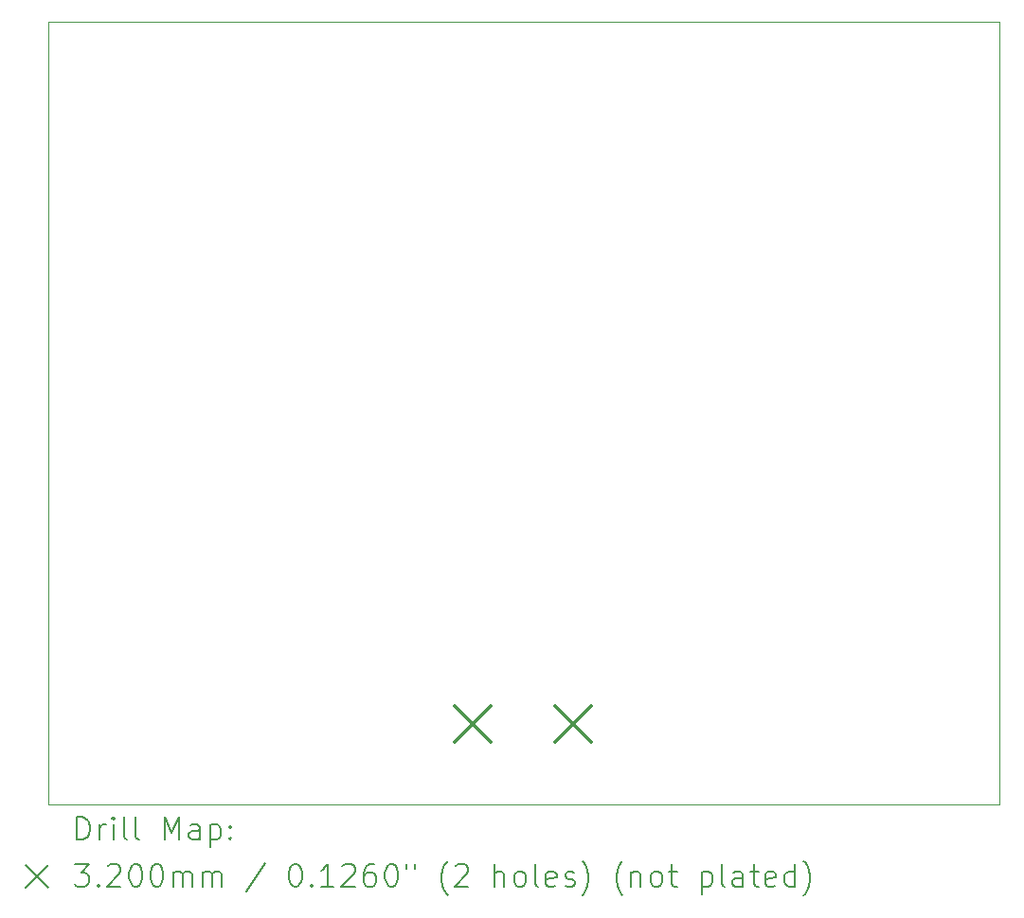
<source format=gbr>
%TF.GenerationSoftware,KiCad,Pcbnew,8.0.8*%
%TF.CreationDate,2025-06-20T17:29:57+09:00*%
%TF.ProjectId,2ndfloor_pole,326e6466-6c6f-46f7-925f-706f6c652e6b,rev?*%
%TF.SameCoordinates,Original*%
%TF.FileFunction,Drillmap*%
%TF.FilePolarity,Positive*%
%FSLAX45Y45*%
G04 Gerber Fmt 4.5, Leading zero omitted, Abs format (unit mm)*
G04 Created by KiCad (PCBNEW 8.0.8) date 2025-06-20 17:29:57*
%MOMM*%
%LPD*%
G01*
G04 APERTURE LIST*
%ADD10C,0.050000*%
%ADD11C,0.200000*%
%ADD12C,0.320000*%
G04 APERTURE END LIST*
D10*
X5700000Y-5400000D02*
X14200000Y-5400000D01*
X14200000Y-12400000D01*
X5700000Y-12400000D01*
X5700000Y-5400000D01*
D11*
D12*
X9331228Y-11519766D02*
X9651228Y-11839766D01*
X9651228Y-11519766D02*
X9331228Y-11839766D01*
X10231228Y-11519766D02*
X10551228Y-11839766D01*
X10551228Y-11519766D02*
X10231228Y-11839766D01*
D11*
X5958277Y-12713984D02*
X5958277Y-12513984D01*
X5958277Y-12513984D02*
X6005896Y-12513984D01*
X6005896Y-12513984D02*
X6034467Y-12523508D01*
X6034467Y-12523508D02*
X6053515Y-12542555D01*
X6053515Y-12542555D02*
X6063039Y-12561603D01*
X6063039Y-12561603D02*
X6072562Y-12599698D01*
X6072562Y-12599698D02*
X6072562Y-12628269D01*
X6072562Y-12628269D02*
X6063039Y-12666365D01*
X6063039Y-12666365D02*
X6053515Y-12685412D01*
X6053515Y-12685412D02*
X6034467Y-12704460D01*
X6034467Y-12704460D02*
X6005896Y-12713984D01*
X6005896Y-12713984D02*
X5958277Y-12713984D01*
X6158277Y-12713984D02*
X6158277Y-12580650D01*
X6158277Y-12618746D02*
X6167801Y-12599698D01*
X6167801Y-12599698D02*
X6177324Y-12590174D01*
X6177324Y-12590174D02*
X6196372Y-12580650D01*
X6196372Y-12580650D02*
X6215420Y-12580650D01*
X6282086Y-12713984D02*
X6282086Y-12580650D01*
X6282086Y-12513984D02*
X6272562Y-12523508D01*
X6272562Y-12523508D02*
X6282086Y-12533031D01*
X6282086Y-12533031D02*
X6291610Y-12523508D01*
X6291610Y-12523508D02*
X6282086Y-12513984D01*
X6282086Y-12513984D02*
X6282086Y-12533031D01*
X6405896Y-12713984D02*
X6386848Y-12704460D01*
X6386848Y-12704460D02*
X6377324Y-12685412D01*
X6377324Y-12685412D02*
X6377324Y-12513984D01*
X6510658Y-12713984D02*
X6491610Y-12704460D01*
X6491610Y-12704460D02*
X6482086Y-12685412D01*
X6482086Y-12685412D02*
X6482086Y-12513984D01*
X6739229Y-12713984D02*
X6739229Y-12513984D01*
X6739229Y-12513984D02*
X6805896Y-12656841D01*
X6805896Y-12656841D02*
X6872562Y-12513984D01*
X6872562Y-12513984D02*
X6872562Y-12713984D01*
X7053515Y-12713984D02*
X7053515Y-12609222D01*
X7053515Y-12609222D02*
X7043991Y-12590174D01*
X7043991Y-12590174D02*
X7024943Y-12580650D01*
X7024943Y-12580650D02*
X6986848Y-12580650D01*
X6986848Y-12580650D02*
X6967801Y-12590174D01*
X7053515Y-12704460D02*
X7034467Y-12713984D01*
X7034467Y-12713984D02*
X6986848Y-12713984D01*
X6986848Y-12713984D02*
X6967801Y-12704460D01*
X6967801Y-12704460D02*
X6958277Y-12685412D01*
X6958277Y-12685412D02*
X6958277Y-12666365D01*
X6958277Y-12666365D02*
X6967801Y-12647317D01*
X6967801Y-12647317D02*
X6986848Y-12637793D01*
X6986848Y-12637793D02*
X7034467Y-12637793D01*
X7034467Y-12637793D02*
X7053515Y-12628269D01*
X7148753Y-12580650D02*
X7148753Y-12780650D01*
X7148753Y-12590174D02*
X7167801Y-12580650D01*
X7167801Y-12580650D02*
X7205896Y-12580650D01*
X7205896Y-12580650D02*
X7224943Y-12590174D01*
X7224943Y-12590174D02*
X7234467Y-12599698D01*
X7234467Y-12599698D02*
X7243991Y-12618746D01*
X7243991Y-12618746D02*
X7243991Y-12675888D01*
X7243991Y-12675888D02*
X7234467Y-12694936D01*
X7234467Y-12694936D02*
X7224943Y-12704460D01*
X7224943Y-12704460D02*
X7205896Y-12713984D01*
X7205896Y-12713984D02*
X7167801Y-12713984D01*
X7167801Y-12713984D02*
X7148753Y-12704460D01*
X7329705Y-12694936D02*
X7339229Y-12704460D01*
X7339229Y-12704460D02*
X7329705Y-12713984D01*
X7329705Y-12713984D02*
X7320182Y-12704460D01*
X7320182Y-12704460D02*
X7329705Y-12694936D01*
X7329705Y-12694936D02*
X7329705Y-12713984D01*
X7329705Y-12590174D02*
X7339229Y-12599698D01*
X7339229Y-12599698D02*
X7329705Y-12609222D01*
X7329705Y-12609222D02*
X7320182Y-12599698D01*
X7320182Y-12599698D02*
X7329705Y-12590174D01*
X7329705Y-12590174D02*
X7329705Y-12609222D01*
X5497500Y-12942500D02*
X5697500Y-13142500D01*
X5697500Y-12942500D02*
X5497500Y-13142500D01*
X5939229Y-12933984D02*
X6063039Y-12933984D01*
X6063039Y-12933984D02*
X5996372Y-13010174D01*
X5996372Y-13010174D02*
X6024943Y-13010174D01*
X6024943Y-13010174D02*
X6043991Y-13019698D01*
X6043991Y-13019698D02*
X6053515Y-13029222D01*
X6053515Y-13029222D02*
X6063039Y-13048269D01*
X6063039Y-13048269D02*
X6063039Y-13095888D01*
X6063039Y-13095888D02*
X6053515Y-13114936D01*
X6053515Y-13114936D02*
X6043991Y-13124460D01*
X6043991Y-13124460D02*
X6024943Y-13133984D01*
X6024943Y-13133984D02*
X5967801Y-13133984D01*
X5967801Y-13133984D02*
X5948753Y-13124460D01*
X5948753Y-13124460D02*
X5939229Y-13114936D01*
X6148753Y-13114936D02*
X6158277Y-13124460D01*
X6158277Y-13124460D02*
X6148753Y-13133984D01*
X6148753Y-13133984D02*
X6139229Y-13124460D01*
X6139229Y-13124460D02*
X6148753Y-13114936D01*
X6148753Y-13114936D02*
X6148753Y-13133984D01*
X6234467Y-12953031D02*
X6243991Y-12943508D01*
X6243991Y-12943508D02*
X6263039Y-12933984D01*
X6263039Y-12933984D02*
X6310658Y-12933984D01*
X6310658Y-12933984D02*
X6329705Y-12943508D01*
X6329705Y-12943508D02*
X6339229Y-12953031D01*
X6339229Y-12953031D02*
X6348753Y-12972079D01*
X6348753Y-12972079D02*
X6348753Y-12991127D01*
X6348753Y-12991127D02*
X6339229Y-13019698D01*
X6339229Y-13019698D02*
X6224943Y-13133984D01*
X6224943Y-13133984D02*
X6348753Y-13133984D01*
X6472562Y-12933984D02*
X6491610Y-12933984D01*
X6491610Y-12933984D02*
X6510658Y-12943508D01*
X6510658Y-12943508D02*
X6520182Y-12953031D01*
X6520182Y-12953031D02*
X6529705Y-12972079D01*
X6529705Y-12972079D02*
X6539229Y-13010174D01*
X6539229Y-13010174D02*
X6539229Y-13057793D01*
X6539229Y-13057793D02*
X6529705Y-13095888D01*
X6529705Y-13095888D02*
X6520182Y-13114936D01*
X6520182Y-13114936D02*
X6510658Y-13124460D01*
X6510658Y-13124460D02*
X6491610Y-13133984D01*
X6491610Y-13133984D02*
X6472562Y-13133984D01*
X6472562Y-13133984D02*
X6453515Y-13124460D01*
X6453515Y-13124460D02*
X6443991Y-13114936D01*
X6443991Y-13114936D02*
X6434467Y-13095888D01*
X6434467Y-13095888D02*
X6424943Y-13057793D01*
X6424943Y-13057793D02*
X6424943Y-13010174D01*
X6424943Y-13010174D02*
X6434467Y-12972079D01*
X6434467Y-12972079D02*
X6443991Y-12953031D01*
X6443991Y-12953031D02*
X6453515Y-12943508D01*
X6453515Y-12943508D02*
X6472562Y-12933984D01*
X6663039Y-12933984D02*
X6682086Y-12933984D01*
X6682086Y-12933984D02*
X6701134Y-12943508D01*
X6701134Y-12943508D02*
X6710658Y-12953031D01*
X6710658Y-12953031D02*
X6720182Y-12972079D01*
X6720182Y-12972079D02*
X6729705Y-13010174D01*
X6729705Y-13010174D02*
X6729705Y-13057793D01*
X6729705Y-13057793D02*
X6720182Y-13095888D01*
X6720182Y-13095888D02*
X6710658Y-13114936D01*
X6710658Y-13114936D02*
X6701134Y-13124460D01*
X6701134Y-13124460D02*
X6682086Y-13133984D01*
X6682086Y-13133984D02*
X6663039Y-13133984D01*
X6663039Y-13133984D02*
X6643991Y-13124460D01*
X6643991Y-13124460D02*
X6634467Y-13114936D01*
X6634467Y-13114936D02*
X6624943Y-13095888D01*
X6624943Y-13095888D02*
X6615420Y-13057793D01*
X6615420Y-13057793D02*
X6615420Y-13010174D01*
X6615420Y-13010174D02*
X6624943Y-12972079D01*
X6624943Y-12972079D02*
X6634467Y-12953031D01*
X6634467Y-12953031D02*
X6643991Y-12943508D01*
X6643991Y-12943508D02*
X6663039Y-12933984D01*
X6815420Y-13133984D02*
X6815420Y-13000650D01*
X6815420Y-13019698D02*
X6824943Y-13010174D01*
X6824943Y-13010174D02*
X6843991Y-13000650D01*
X6843991Y-13000650D02*
X6872563Y-13000650D01*
X6872563Y-13000650D02*
X6891610Y-13010174D01*
X6891610Y-13010174D02*
X6901134Y-13029222D01*
X6901134Y-13029222D02*
X6901134Y-13133984D01*
X6901134Y-13029222D02*
X6910658Y-13010174D01*
X6910658Y-13010174D02*
X6929705Y-13000650D01*
X6929705Y-13000650D02*
X6958277Y-13000650D01*
X6958277Y-13000650D02*
X6977324Y-13010174D01*
X6977324Y-13010174D02*
X6986848Y-13029222D01*
X6986848Y-13029222D02*
X6986848Y-13133984D01*
X7082086Y-13133984D02*
X7082086Y-13000650D01*
X7082086Y-13019698D02*
X7091610Y-13010174D01*
X7091610Y-13010174D02*
X7110658Y-13000650D01*
X7110658Y-13000650D02*
X7139229Y-13000650D01*
X7139229Y-13000650D02*
X7158277Y-13010174D01*
X7158277Y-13010174D02*
X7167801Y-13029222D01*
X7167801Y-13029222D02*
X7167801Y-13133984D01*
X7167801Y-13029222D02*
X7177324Y-13010174D01*
X7177324Y-13010174D02*
X7196372Y-13000650D01*
X7196372Y-13000650D02*
X7224943Y-13000650D01*
X7224943Y-13000650D02*
X7243991Y-13010174D01*
X7243991Y-13010174D02*
X7253515Y-13029222D01*
X7253515Y-13029222D02*
X7253515Y-13133984D01*
X7643991Y-12924460D02*
X7472563Y-13181603D01*
X7901134Y-12933984D02*
X7920182Y-12933984D01*
X7920182Y-12933984D02*
X7939229Y-12943508D01*
X7939229Y-12943508D02*
X7948753Y-12953031D01*
X7948753Y-12953031D02*
X7958277Y-12972079D01*
X7958277Y-12972079D02*
X7967801Y-13010174D01*
X7967801Y-13010174D02*
X7967801Y-13057793D01*
X7967801Y-13057793D02*
X7958277Y-13095888D01*
X7958277Y-13095888D02*
X7948753Y-13114936D01*
X7948753Y-13114936D02*
X7939229Y-13124460D01*
X7939229Y-13124460D02*
X7920182Y-13133984D01*
X7920182Y-13133984D02*
X7901134Y-13133984D01*
X7901134Y-13133984D02*
X7882086Y-13124460D01*
X7882086Y-13124460D02*
X7872563Y-13114936D01*
X7872563Y-13114936D02*
X7863039Y-13095888D01*
X7863039Y-13095888D02*
X7853515Y-13057793D01*
X7853515Y-13057793D02*
X7853515Y-13010174D01*
X7853515Y-13010174D02*
X7863039Y-12972079D01*
X7863039Y-12972079D02*
X7872563Y-12953031D01*
X7872563Y-12953031D02*
X7882086Y-12943508D01*
X7882086Y-12943508D02*
X7901134Y-12933984D01*
X8053515Y-13114936D02*
X8063039Y-13124460D01*
X8063039Y-13124460D02*
X8053515Y-13133984D01*
X8053515Y-13133984D02*
X8043991Y-13124460D01*
X8043991Y-13124460D02*
X8053515Y-13114936D01*
X8053515Y-13114936D02*
X8053515Y-13133984D01*
X8253515Y-13133984D02*
X8139229Y-13133984D01*
X8196372Y-13133984D02*
X8196372Y-12933984D01*
X8196372Y-12933984D02*
X8177325Y-12962555D01*
X8177325Y-12962555D02*
X8158277Y-12981603D01*
X8158277Y-12981603D02*
X8139229Y-12991127D01*
X8329706Y-12953031D02*
X8339229Y-12943508D01*
X8339229Y-12943508D02*
X8358277Y-12933984D01*
X8358277Y-12933984D02*
X8405896Y-12933984D01*
X8405896Y-12933984D02*
X8424944Y-12943508D01*
X8424944Y-12943508D02*
X8434468Y-12953031D01*
X8434468Y-12953031D02*
X8443991Y-12972079D01*
X8443991Y-12972079D02*
X8443991Y-12991127D01*
X8443991Y-12991127D02*
X8434468Y-13019698D01*
X8434468Y-13019698D02*
X8320182Y-13133984D01*
X8320182Y-13133984D02*
X8443991Y-13133984D01*
X8615420Y-12933984D02*
X8577325Y-12933984D01*
X8577325Y-12933984D02*
X8558277Y-12943508D01*
X8558277Y-12943508D02*
X8548753Y-12953031D01*
X8548753Y-12953031D02*
X8529706Y-12981603D01*
X8529706Y-12981603D02*
X8520182Y-13019698D01*
X8520182Y-13019698D02*
X8520182Y-13095888D01*
X8520182Y-13095888D02*
X8529706Y-13114936D01*
X8529706Y-13114936D02*
X8539229Y-13124460D01*
X8539229Y-13124460D02*
X8558277Y-13133984D01*
X8558277Y-13133984D02*
X8596372Y-13133984D01*
X8596372Y-13133984D02*
X8615420Y-13124460D01*
X8615420Y-13124460D02*
X8624944Y-13114936D01*
X8624944Y-13114936D02*
X8634468Y-13095888D01*
X8634468Y-13095888D02*
X8634468Y-13048269D01*
X8634468Y-13048269D02*
X8624944Y-13029222D01*
X8624944Y-13029222D02*
X8615420Y-13019698D01*
X8615420Y-13019698D02*
X8596372Y-13010174D01*
X8596372Y-13010174D02*
X8558277Y-13010174D01*
X8558277Y-13010174D02*
X8539229Y-13019698D01*
X8539229Y-13019698D02*
X8529706Y-13029222D01*
X8529706Y-13029222D02*
X8520182Y-13048269D01*
X8758277Y-12933984D02*
X8777325Y-12933984D01*
X8777325Y-12933984D02*
X8796372Y-12943508D01*
X8796372Y-12943508D02*
X8805896Y-12953031D01*
X8805896Y-12953031D02*
X8815420Y-12972079D01*
X8815420Y-12972079D02*
X8824944Y-13010174D01*
X8824944Y-13010174D02*
X8824944Y-13057793D01*
X8824944Y-13057793D02*
X8815420Y-13095888D01*
X8815420Y-13095888D02*
X8805896Y-13114936D01*
X8805896Y-13114936D02*
X8796372Y-13124460D01*
X8796372Y-13124460D02*
X8777325Y-13133984D01*
X8777325Y-13133984D02*
X8758277Y-13133984D01*
X8758277Y-13133984D02*
X8739229Y-13124460D01*
X8739229Y-13124460D02*
X8729706Y-13114936D01*
X8729706Y-13114936D02*
X8720182Y-13095888D01*
X8720182Y-13095888D02*
X8710658Y-13057793D01*
X8710658Y-13057793D02*
X8710658Y-13010174D01*
X8710658Y-13010174D02*
X8720182Y-12972079D01*
X8720182Y-12972079D02*
X8729706Y-12953031D01*
X8729706Y-12953031D02*
X8739229Y-12943508D01*
X8739229Y-12943508D02*
X8758277Y-12933984D01*
X8901134Y-12933984D02*
X8901134Y-12972079D01*
X8977325Y-12933984D02*
X8977325Y-12972079D01*
X9272563Y-13210174D02*
X9263039Y-13200650D01*
X9263039Y-13200650D02*
X9243991Y-13172079D01*
X9243991Y-13172079D02*
X9234468Y-13153031D01*
X9234468Y-13153031D02*
X9224944Y-13124460D01*
X9224944Y-13124460D02*
X9215420Y-13076841D01*
X9215420Y-13076841D02*
X9215420Y-13038746D01*
X9215420Y-13038746D02*
X9224944Y-12991127D01*
X9224944Y-12991127D02*
X9234468Y-12962555D01*
X9234468Y-12962555D02*
X9243991Y-12943508D01*
X9243991Y-12943508D02*
X9263039Y-12914936D01*
X9263039Y-12914936D02*
X9272563Y-12905412D01*
X9339230Y-12953031D02*
X9348753Y-12943508D01*
X9348753Y-12943508D02*
X9367801Y-12933984D01*
X9367801Y-12933984D02*
X9415420Y-12933984D01*
X9415420Y-12933984D02*
X9434468Y-12943508D01*
X9434468Y-12943508D02*
X9443991Y-12953031D01*
X9443991Y-12953031D02*
X9453515Y-12972079D01*
X9453515Y-12972079D02*
X9453515Y-12991127D01*
X9453515Y-12991127D02*
X9443991Y-13019698D01*
X9443991Y-13019698D02*
X9329706Y-13133984D01*
X9329706Y-13133984D02*
X9453515Y-13133984D01*
X9691611Y-13133984D02*
X9691611Y-12933984D01*
X9777325Y-13133984D02*
X9777325Y-13029222D01*
X9777325Y-13029222D02*
X9767801Y-13010174D01*
X9767801Y-13010174D02*
X9748753Y-13000650D01*
X9748753Y-13000650D02*
X9720182Y-13000650D01*
X9720182Y-13000650D02*
X9701134Y-13010174D01*
X9701134Y-13010174D02*
X9691611Y-13019698D01*
X9901134Y-13133984D02*
X9882087Y-13124460D01*
X9882087Y-13124460D02*
X9872563Y-13114936D01*
X9872563Y-13114936D02*
X9863039Y-13095888D01*
X9863039Y-13095888D02*
X9863039Y-13038746D01*
X9863039Y-13038746D02*
X9872563Y-13019698D01*
X9872563Y-13019698D02*
X9882087Y-13010174D01*
X9882087Y-13010174D02*
X9901134Y-13000650D01*
X9901134Y-13000650D02*
X9929706Y-13000650D01*
X9929706Y-13000650D02*
X9948753Y-13010174D01*
X9948753Y-13010174D02*
X9958277Y-13019698D01*
X9958277Y-13019698D02*
X9967801Y-13038746D01*
X9967801Y-13038746D02*
X9967801Y-13095888D01*
X9967801Y-13095888D02*
X9958277Y-13114936D01*
X9958277Y-13114936D02*
X9948753Y-13124460D01*
X9948753Y-13124460D02*
X9929706Y-13133984D01*
X9929706Y-13133984D02*
X9901134Y-13133984D01*
X10082087Y-13133984D02*
X10063039Y-13124460D01*
X10063039Y-13124460D02*
X10053515Y-13105412D01*
X10053515Y-13105412D02*
X10053515Y-12933984D01*
X10234468Y-13124460D02*
X10215420Y-13133984D01*
X10215420Y-13133984D02*
X10177325Y-13133984D01*
X10177325Y-13133984D02*
X10158277Y-13124460D01*
X10158277Y-13124460D02*
X10148753Y-13105412D01*
X10148753Y-13105412D02*
X10148753Y-13029222D01*
X10148753Y-13029222D02*
X10158277Y-13010174D01*
X10158277Y-13010174D02*
X10177325Y-13000650D01*
X10177325Y-13000650D02*
X10215420Y-13000650D01*
X10215420Y-13000650D02*
X10234468Y-13010174D01*
X10234468Y-13010174D02*
X10243992Y-13029222D01*
X10243992Y-13029222D02*
X10243992Y-13048269D01*
X10243992Y-13048269D02*
X10148753Y-13067317D01*
X10320182Y-13124460D02*
X10339230Y-13133984D01*
X10339230Y-13133984D02*
X10377325Y-13133984D01*
X10377325Y-13133984D02*
X10396373Y-13124460D01*
X10396373Y-13124460D02*
X10405896Y-13105412D01*
X10405896Y-13105412D02*
X10405896Y-13095888D01*
X10405896Y-13095888D02*
X10396373Y-13076841D01*
X10396373Y-13076841D02*
X10377325Y-13067317D01*
X10377325Y-13067317D02*
X10348753Y-13067317D01*
X10348753Y-13067317D02*
X10329706Y-13057793D01*
X10329706Y-13057793D02*
X10320182Y-13038746D01*
X10320182Y-13038746D02*
X10320182Y-13029222D01*
X10320182Y-13029222D02*
X10329706Y-13010174D01*
X10329706Y-13010174D02*
X10348753Y-13000650D01*
X10348753Y-13000650D02*
X10377325Y-13000650D01*
X10377325Y-13000650D02*
X10396373Y-13010174D01*
X10472563Y-13210174D02*
X10482087Y-13200650D01*
X10482087Y-13200650D02*
X10501134Y-13172079D01*
X10501134Y-13172079D02*
X10510658Y-13153031D01*
X10510658Y-13153031D02*
X10520182Y-13124460D01*
X10520182Y-13124460D02*
X10529706Y-13076841D01*
X10529706Y-13076841D02*
X10529706Y-13038746D01*
X10529706Y-13038746D02*
X10520182Y-12991127D01*
X10520182Y-12991127D02*
X10510658Y-12962555D01*
X10510658Y-12962555D02*
X10501134Y-12943508D01*
X10501134Y-12943508D02*
X10482087Y-12914936D01*
X10482087Y-12914936D02*
X10472563Y-12905412D01*
X10834468Y-13210174D02*
X10824944Y-13200650D01*
X10824944Y-13200650D02*
X10805896Y-13172079D01*
X10805896Y-13172079D02*
X10796373Y-13153031D01*
X10796373Y-13153031D02*
X10786849Y-13124460D01*
X10786849Y-13124460D02*
X10777325Y-13076841D01*
X10777325Y-13076841D02*
X10777325Y-13038746D01*
X10777325Y-13038746D02*
X10786849Y-12991127D01*
X10786849Y-12991127D02*
X10796373Y-12962555D01*
X10796373Y-12962555D02*
X10805896Y-12943508D01*
X10805896Y-12943508D02*
X10824944Y-12914936D01*
X10824944Y-12914936D02*
X10834468Y-12905412D01*
X10910658Y-13000650D02*
X10910658Y-13133984D01*
X10910658Y-13019698D02*
X10920182Y-13010174D01*
X10920182Y-13010174D02*
X10939230Y-13000650D01*
X10939230Y-13000650D02*
X10967801Y-13000650D01*
X10967801Y-13000650D02*
X10986849Y-13010174D01*
X10986849Y-13010174D02*
X10996373Y-13029222D01*
X10996373Y-13029222D02*
X10996373Y-13133984D01*
X11120182Y-13133984D02*
X11101134Y-13124460D01*
X11101134Y-13124460D02*
X11091611Y-13114936D01*
X11091611Y-13114936D02*
X11082087Y-13095888D01*
X11082087Y-13095888D02*
X11082087Y-13038746D01*
X11082087Y-13038746D02*
X11091611Y-13019698D01*
X11091611Y-13019698D02*
X11101134Y-13010174D01*
X11101134Y-13010174D02*
X11120182Y-13000650D01*
X11120182Y-13000650D02*
X11148754Y-13000650D01*
X11148754Y-13000650D02*
X11167801Y-13010174D01*
X11167801Y-13010174D02*
X11177325Y-13019698D01*
X11177325Y-13019698D02*
X11186849Y-13038746D01*
X11186849Y-13038746D02*
X11186849Y-13095888D01*
X11186849Y-13095888D02*
X11177325Y-13114936D01*
X11177325Y-13114936D02*
X11167801Y-13124460D01*
X11167801Y-13124460D02*
X11148754Y-13133984D01*
X11148754Y-13133984D02*
X11120182Y-13133984D01*
X11243992Y-13000650D02*
X11320182Y-13000650D01*
X11272563Y-12933984D02*
X11272563Y-13105412D01*
X11272563Y-13105412D02*
X11282087Y-13124460D01*
X11282087Y-13124460D02*
X11301134Y-13133984D01*
X11301134Y-13133984D02*
X11320182Y-13133984D01*
X11539230Y-13000650D02*
X11539230Y-13200650D01*
X11539230Y-13010174D02*
X11558277Y-13000650D01*
X11558277Y-13000650D02*
X11596373Y-13000650D01*
X11596373Y-13000650D02*
X11615420Y-13010174D01*
X11615420Y-13010174D02*
X11624944Y-13019698D01*
X11624944Y-13019698D02*
X11634468Y-13038746D01*
X11634468Y-13038746D02*
X11634468Y-13095888D01*
X11634468Y-13095888D02*
X11624944Y-13114936D01*
X11624944Y-13114936D02*
X11615420Y-13124460D01*
X11615420Y-13124460D02*
X11596373Y-13133984D01*
X11596373Y-13133984D02*
X11558277Y-13133984D01*
X11558277Y-13133984D02*
X11539230Y-13124460D01*
X11748753Y-13133984D02*
X11729706Y-13124460D01*
X11729706Y-13124460D02*
X11720182Y-13105412D01*
X11720182Y-13105412D02*
X11720182Y-12933984D01*
X11910658Y-13133984D02*
X11910658Y-13029222D01*
X11910658Y-13029222D02*
X11901134Y-13010174D01*
X11901134Y-13010174D02*
X11882087Y-13000650D01*
X11882087Y-13000650D02*
X11843992Y-13000650D01*
X11843992Y-13000650D02*
X11824944Y-13010174D01*
X11910658Y-13124460D02*
X11891611Y-13133984D01*
X11891611Y-13133984D02*
X11843992Y-13133984D01*
X11843992Y-13133984D02*
X11824944Y-13124460D01*
X11824944Y-13124460D02*
X11815420Y-13105412D01*
X11815420Y-13105412D02*
X11815420Y-13086365D01*
X11815420Y-13086365D02*
X11824944Y-13067317D01*
X11824944Y-13067317D02*
X11843992Y-13057793D01*
X11843992Y-13057793D02*
X11891611Y-13057793D01*
X11891611Y-13057793D02*
X11910658Y-13048269D01*
X11977325Y-13000650D02*
X12053515Y-13000650D01*
X12005896Y-12933984D02*
X12005896Y-13105412D01*
X12005896Y-13105412D02*
X12015420Y-13124460D01*
X12015420Y-13124460D02*
X12034468Y-13133984D01*
X12034468Y-13133984D02*
X12053515Y-13133984D01*
X12196373Y-13124460D02*
X12177325Y-13133984D01*
X12177325Y-13133984D02*
X12139230Y-13133984D01*
X12139230Y-13133984D02*
X12120182Y-13124460D01*
X12120182Y-13124460D02*
X12110658Y-13105412D01*
X12110658Y-13105412D02*
X12110658Y-13029222D01*
X12110658Y-13029222D02*
X12120182Y-13010174D01*
X12120182Y-13010174D02*
X12139230Y-13000650D01*
X12139230Y-13000650D02*
X12177325Y-13000650D01*
X12177325Y-13000650D02*
X12196373Y-13010174D01*
X12196373Y-13010174D02*
X12205896Y-13029222D01*
X12205896Y-13029222D02*
X12205896Y-13048269D01*
X12205896Y-13048269D02*
X12110658Y-13067317D01*
X12377325Y-13133984D02*
X12377325Y-12933984D01*
X12377325Y-13124460D02*
X12358277Y-13133984D01*
X12358277Y-13133984D02*
X12320182Y-13133984D01*
X12320182Y-13133984D02*
X12301134Y-13124460D01*
X12301134Y-13124460D02*
X12291611Y-13114936D01*
X12291611Y-13114936D02*
X12282087Y-13095888D01*
X12282087Y-13095888D02*
X12282087Y-13038746D01*
X12282087Y-13038746D02*
X12291611Y-13019698D01*
X12291611Y-13019698D02*
X12301134Y-13010174D01*
X12301134Y-13010174D02*
X12320182Y-13000650D01*
X12320182Y-13000650D02*
X12358277Y-13000650D01*
X12358277Y-13000650D02*
X12377325Y-13010174D01*
X12453515Y-13210174D02*
X12463039Y-13200650D01*
X12463039Y-13200650D02*
X12482087Y-13172079D01*
X12482087Y-13172079D02*
X12491611Y-13153031D01*
X12491611Y-13153031D02*
X12501134Y-13124460D01*
X12501134Y-13124460D02*
X12510658Y-13076841D01*
X12510658Y-13076841D02*
X12510658Y-13038746D01*
X12510658Y-13038746D02*
X12501134Y-12991127D01*
X12501134Y-12991127D02*
X12491611Y-12962555D01*
X12491611Y-12962555D02*
X12482087Y-12943508D01*
X12482087Y-12943508D02*
X12463039Y-12914936D01*
X12463039Y-12914936D02*
X12453515Y-12905412D01*
M02*

</source>
